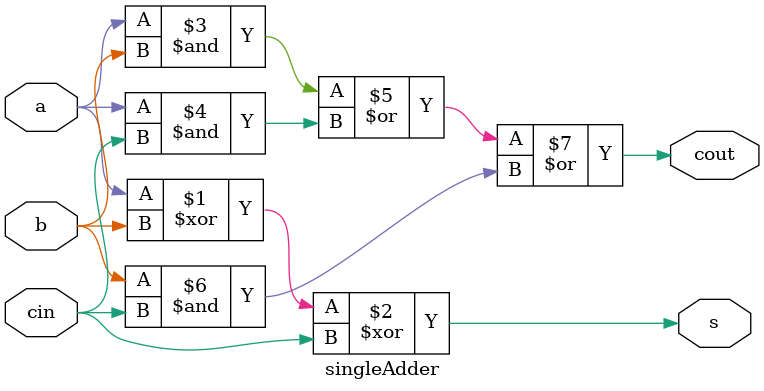
<source format=v>
module singleAdder(
   input  a,
   input  b,
   input  cin,
   output s,
   output cout );
   assign s = a ^ b ^ cin;
   assign cout = (a & b)  |  (a & cin)  |  (b & cin);
endmodule

</source>
